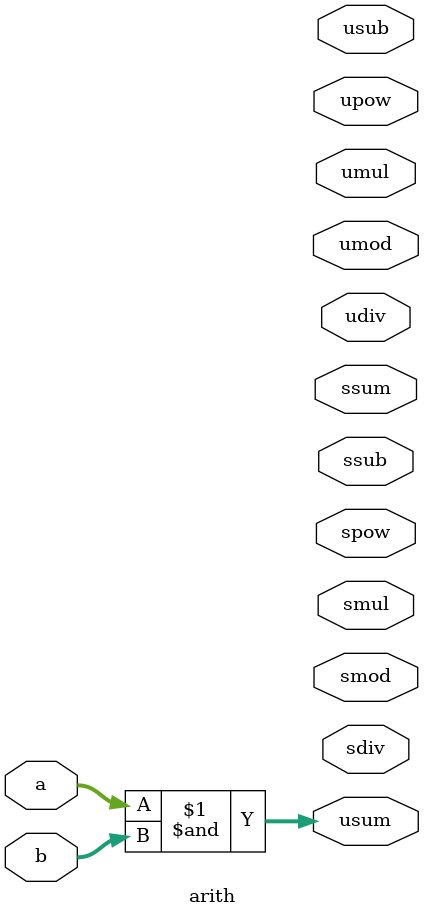
<source format=v>

module arith (input [7:0] a, input [7:0] b,
  output [7:0] usum,
  output [7:0] ssum,
  output [7:0] usub,
  output [7:0] ssub,
  output [7:0] umul,
  output [7:0] smul,
  output [7:0] udiv,
  output [7:0] sdiv,
  output [7:0] umod,
  output [7:0] smod,
  output [7:0] upow,
  output [7:0] spow
);

assign usum =          a & b;

  //assign usum =          a + b;
  //assign ssum = $signed(a) + $signed(b);

  //assign usub =          a - b;
  //assign ssub = $signed(a) - $signed(b);

  //assign umul =          a * b;
  //assign smul = $signed(a) * $signed(b);

  //assign udiv =          a / b;
  //assign sdiv = $signed(a) / $signed(b);

  //assign umod =          a % b;
  //assign smod = $signed(a) % $signed(b);

  //assign upow =          a **b;
  //assign spow = $signed(a) **$signed(b);

endmodule

</source>
